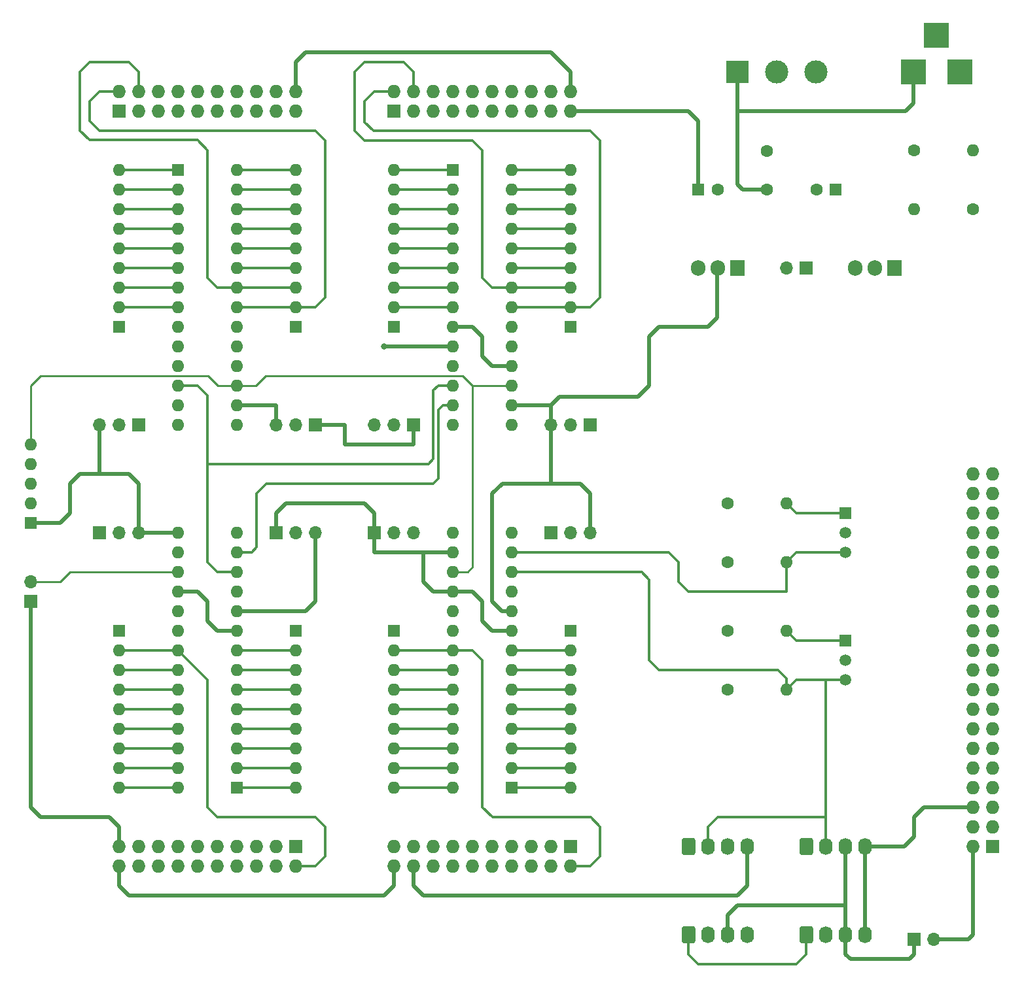
<source format=gbr>
G04 #@! TF.GenerationSoftware,KiCad,Pcbnew,(5.1.10)-1*
G04 #@! TF.CreationDate,2021-10-12T08:16:22+02:00*
G04 #@! TF.ProjectId,FGINT-V3-MASTER-64,4647494e-542d-4563-932d-4d4153544552,rev?*
G04 #@! TF.SameCoordinates,Original*
G04 #@! TF.FileFunction,Copper,L1,Top*
G04 #@! TF.FilePolarity,Positive*
%FSLAX46Y46*%
G04 Gerber Fmt 4.6, Leading zero omitted, Abs format (unit mm)*
G04 Created by KiCad (PCBNEW (5.1.10)-1) date 2021-10-12 08:16:22*
%MOMM*%
%LPD*%
G01*
G04 APERTURE LIST*
G04 #@! TA.AperFunction,ComponentPad*
%ADD10R,1.500000X1.500000*%
G04 #@! TD*
G04 #@! TA.AperFunction,ComponentPad*
%ADD11C,1.500000*%
G04 #@! TD*
G04 #@! TA.AperFunction,ComponentPad*
%ADD12O,1.700000X1.700000*%
G04 #@! TD*
G04 #@! TA.AperFunction,ComponentPad*
%ADD13R,1.700000X1.700000*%
G04 #@! TD*
G04 #@! TA.AperFunction,ComponentPad*
%ADD14O,1.740000X2.200000*%
G04 #@! TD*
G04 #@! TA.AperFunction,ComponentPad*
%ADD15C,1.600000*%
G04 #@! TD*
G04 #@! TA.AperFunction,ComponentPad*
%ADD16R,1.600000X1.600000*%
G04 #@! TD*
G04 #@! TA.AperFunction,ComponentPad*
%ADD17R,3.200000X3.200000*%
G04 #@! TD*
G04 #@! TA.AperFunction,ComponentPad*
%ADD18R,1.727200X1.727200*%
G04 #@! TD*
G04 #@! TA.AperFunction,ComponentPad*
%ADD19O,1.727200X1.727200*%
G04 #@! TD*
G04 #@! TA.AperFunction,ComponentPad*
%ADD20O,1.600000X1.600000*%
G04 #@! TD*
G04 #@! TA.AperFunction,ComponentPad*
%ADD21O,1.905000X2.000000*%
G04 #@! TD*
G04 #@! TA.AperFunction,ComponentPad*
%ADD22R,1.905000X2.000000*%
G04 #@! TD*
G04 #@! TA.AperFunction,ComponentPad*
%ADD23R,3.000000X3.000000*%
G04 #@! TD*
G04 #@! TA.AperFunction,ComponentPad*
%ADD24C,3.000000*%
G04 #@! TD*
G04 #@! TA.AperFunction,ViaPad*
%ADD25C,0.800000*%
G04 #@! TD*
G04 #@! TA.AperFunction,Conductor*
%ADD26C,0.550000*%
G04 #@! TD*
G04 #@! TA.AperFunction,Conductor*
%ADD27C,0.350000*%
G04 #@! TD*
G04 #@! TA.AperFunction,Conductor*
%ADD28C,0.250000*%
G04 #@! TD*
G04 APERTURE END LIST*
D10*
X222250000Y-116840000D03*
D11*
X222250000Y-121920000D03*
X222250000Y-119380000D03*
D10*
X222250000Y-100330000D03*
D11*
X222250000Y-105410000D03*
X222250000Y-102870000D03*
D12*
X214630000Y-68580000D03*
D13*
X217170000Y-68580000D03*
D12*
X233680000Y-155575000D03*
D13*
X231140000Y-155575000D03*
D14*
X224790000Y-154940000D03*
X222250000Y-154940000D03*
X219710000Y-154940000D03*
G04 #@! TA.AperFunction,ComponentPad*
G36*
G01*
X216300000Y-155790001D02*
X216300000Y-154089999D01*
G75*
G02*
X216549999Y-153840000I249999J0D01*
G01*
X217790001Y-153840000D01*
G75*
G02*
X218040000Y-154089999I0J-249999D01*
G01*
X218040000Y-155790001D01*
G75*
G02*
X217790001Y-156040000I-249999J0D01*
G01*
X216549999Y-156040000D01*
G75*
G02*
X216300000Y-155790001I0J249999D01*
G01*
G37*
G04 #@! TD.AperFunction*
X209550000Y-154940000D03*
X207010000Y-154940000D03*
X204470000Y-154940000D03*
G04 #@! TA.AperFunction,ComponentPad*
G36*
G01*
X201060000Y-155790001D02*
X201060000Y-154089999D01*
G75*
G02*
X201309999Y-153840000I249999J0D01*
G01*
X202550001Y-153840000D01*
G75*
G02*
X202800000Y-154089999I0J-249999D01*
G01*
X202800000Y-155790001D01*
G75*
G02*
X202550001Y-156040000I-249999J0D01*
G01*
X201309999Y-156040000D01*
G75*
G02*
X201060000Y-155790001I0J249999D01*
G01*
G37*
G04 #@! TD.AperFunction*
X209550000Y-143510000D03*
X207010000Y-143510000D03*
X204470000Y-143510000D03*
G04 #@! TA.AperFunction,ComponentPad*
G36*
G01*
X201060000Y-144360001D02*
X201060000Y-142659999D01*
G75*
G02*
X201309999Y-142410000I249999J0D01*
G01*
X202550001Y-142410000D01*
G75*
G02*
X202800000Y-142659999I0J-249999D01*
G01*
X202800000Y-144360001D01*
G75*
G02*
X202550001Y-144610000I-249999J0D01*
G01*
X201309999Y-144610000D01*
G75*
G02*
X201060000Y-144360001I0J249999D01*
G01*
G37*
G04 #@! TD.AperFunction*
D15*
X212090000Y-58420000D03*
X212090000Y-53420000D03*
X205700000Y-58420000D03*
D16*
X203200000Y-58420000D03*
X220980000Y-58420000D03*
D15*
X218480000Y-58420000D03*
D17*
X231000000Y-43180000D03*
X237000000Y-43180000D03*
X234000000Y-38480000D03*
D18*
X241300000Y-143510000D03*
D19*
X238760000Y-143510000D03*
X241300000Y-140970000D03*
X238760000Y-140970000D03*
X241300000Y-138430000D03*
X238760000Y-138430000D03*
X241300000Y-135890000D03*
X238760000Y-135890000D03*
X241300000Y-133350000D03*
X238760000Y-133350000D03*
X241300000Y-130810000D03*
X238760000Y-130810000D03*
X241300000Y-128270000D03*
X238760000Y-128270000D03*
X241300000Y-125730000D03*
X238760000Y-125730000D03*
X241300000Y-123190000D03*
X238760000Y-123190000D03*
X241300000Y-120650000D03*
X238760000Y-120650000D03*
X241300000Y-118110000D03*
X238760000Y-118110000D03*
X241300000Y-115570000D03*
X238760000Y-115570000D03*
X241300000Y-113030000D03*
X238760000Y-113030000D03*
X241300000Y-110490000D03*
X238760000Y-110490000D03*
X241300000Y-107950000D03*
X238760000Y-107950000D03*
X241300000Y-105410000D03*
X238760000Y-105410000D03*
X241300000Y-102870000D03*
X238760000Y-102870000D03*
X241300000Y-100330000D03*
X238760000Y-100330000D03*
X241300000Y-97790000D03*
X238760000Y-97790000D03*
X241300000Y-95250000D03*
X238760000Y-95250000D03*
D15*
X207010000Y-99060000D03*
D20*
X214630000Y-99060000D03*
X214630000Y-115570000D03*
D15*
X207010000Y-115570000D03*
X238760000Y-61000000D03*
D20*
X238760000Y-53380000D03*
X214630000Y-106680000D03*
D15*
X207010000Y-106680000D03*
X207010000Y-123190000D03*
D20*
X214630000Y-123190000D03*
X231140000Y-60960000D03*
D15*
X231140000Y-53340000D03*
D16*
X151130000Y-76200000D03*
D20*
X151130000Y-73660000D03*
X151130000Y-71120000D03*
X151130000Y-68580000D03*
X151130000Y-66040000D03*
X151130000Y-63500000D03*
X151130000Y-60960000D03*
X151130000Y-58420000D03*
X151130000Y-55880000D03*
X128270000Y-55880000D03*
X128270000Y-58420000D03*
X128270000Y-60960000D03*
X128270000Y-63500000D03*
X128270000Y-66040000D03*
X128270000Y-68580000D03*
X128270000Y-71120000D03*
X128270000Y-73660000D03*
D16*
X128270000Y-76200000D03*
X186690000Y-76200000D03*
D20*
X186690000Y-73660000D03*
X186690000Y-71120000D03*
X186690000Y-68580000D03*
X186690000Y-66040000D03*
X186690000Y-63500000D03*
X186690000Y-60960000D03*
X186690000Y-58420000D03*
X186690000Y-55880000D03*
X163830000Y-55880000D03*
X163830000Y-58420000D03*
X163830000Y-60960000D03*
X163830000Y-63500000D03*
X163830000Y-66040000D03*
X163830000Y-68580000D03*
X163830000Y-71120000D03*
X163830000Y-73660000D03*
D16*
X163830000Y-76200000D03*
D20*
X143510000Y-55880000D03*
X135890000Y-88900000D03*
X143510000Y-58420000D03*
X135890000Y-86360000D03*
X143510000Y-60960000D03*
X135890000Y-83820000D03*
X143510000Y-63500000D03*
X135890000Y-81280000D03*
X143510000Y-66040000D03*
X135890000Y-78740000D03*
X143510000Y-68580000D03*
X135890000Y-76200000D03*
X143510000Y-71120000D03*
X135890000Y-73660000D03*
X143510000Y-73660000D03*
X135890000Y-71120000D03*
X143510000Y-76200000D03*
X135890000Y-68580000D03*
X143510000Y-78740000D03*
X135890000Y-66040000D03*
X143510000Y-81280000D03*
X135890000Y-63500000D03*
X143510000Y-83820000D03*
X135890000Y-60960000D03*
X143510000Y-86360000D03*
X135890000Y-58420000D03*
X143510000Y-88900000D03*
D16*
X135890000Y-55880000D03*
D20*
X179070000Y-55880000D03*
X171450000Y-88900000D03*
X179070000Y-58420000D03*
X171450000Y-86360000D03*
X179070000Y-60960000D03*
X171450000Y-83820000D03*
X179070000Y-63500000D03*
X171450000Y-81280000D03*
X179070000Y-66040000D03*
X171450000Y-78740000D03*
X179070000Y-68580000D03*
X171450000Y-76200000D03*
X179070000Y-71120000D03*
X171450000Y-73660000D03*
X179070000Y-73660000D03*
X171450000Y-71120000D03*
X179070000Y-76200000D03*
X171450000Y-68580000D03*
X179070000Y-78740000D03*
X171450000Y-66040000D03*
X179070000Y-81280000D03*
X171450000Y-63500000D03*
X179070000Y-83820000D03*
X171450000Y-60960000D03*
X179070000Y-86360000D03*
X171450000Y-58420000D03*
X179070000Y-88900000D03*
D16*
X171450000Y-55880000D03*
D21*
X203200000Y-68580000D03*
X205740000Y-68580000D03*
D22*
X208280000Y-68580000D03*
X228600000Y-68580000D03*
D21*
X226060000Y-68580000D03*
X223520000Y-68580000D03*
G04 #@! TA.AperFunction,ComponentPad*
G36*
G01*
X216300000Y-144360001D02*
X216300000Y-142659999D01*
G75*
G02*
X216549999Y-142410000I249999J0D01*
G01*
X217790001Y-142410000D01*
G75*
G02*
X218040000Y-142659999I0J-249999D01*
G01*
X218040000Y-144360001D01*
G75*
G02*
X217790001Y-144610000I-249999J0D01*
G01*
X216549999Y-144610000D01*
G75*
G02*
X216300000Y-144360001I0J249999D01*
G01*
G37*
G04 #@! TD.AperFunction*
D14*
X219710000Y-143510000D03*
X222250000Y-143510000D03*
X224790000Y-143510000D03*
D19*
X151130000Y-45720000D03*
X151130000Y-48260000D03*
X148590000Y-45720000D03*
X148590000Y-48260000D03*
X146050000Y-45720000D03*
X146050000Y-48260000D03*
X143510000Y-45720000D03*
X143510000Y-48260000D03*
X140970000Y-45720000D03*
X140970000Y-48260000D03*
X138430000Y-45720000D03*
X138430000Y-48260000D03*
X135890000Y-45720000D03*
X135890000Y-48260000D03*
X133350000Y-45720000D03*
X133350000Y-48260000D03*
X130810000Y-45720000D03*
X130810000Y-48260000D03*
X128270000Y-45720000D03*
D18*
X128270000Y-48260000D03*
D13*
X116840000Y-111760000D03*
D12*
X116840000Y-109220000D03*
X148590000Y-88900000D03*
X151130000Y-88900000D03*
D13*
X153670000Y-88900000D03*
X130810000Y-88900000D03*
D12*
X128270000Y-88900000D03*
X125730000Y-88900000D03*
D18*
X163830000Y-48260000D03*
D19*
X163830000Y-45720000D03*
X166370000Y-48260000D03*
X166370000Y-45720000D03*
X168910000Y-48260000D03*
X168910000Y-45720000D03*
X171450000Y-48260000D03*
X171450000Y-45720000D03*
X173990000Y-48260000D03*
X173990000Y-45720000D03*
X176530000Y-48260000D03*
X176530000Y-45720000D03*
X179070000Y-48260000D03*
X179070000Y-45720000D03*
X181610000Y-48260000D03*
X181610000Y-45720000D03*
X184150000Y-48260000D03*
X184150000Y-45720000D03*
X186690000Y-48260000D03*
X186690000Y-45720000D03*
D13*
X189230000Y-88900000D03*
D12*
X186690000Y-88900000D03*
X184150000Y-88900000D03*
X161290000Y-88900000D03*
X163830000Y-88900000D03*
D13*
X166370000Y-88900000D03*
D19*
X128270000Y-146050000D03*
X128270000Y-143510000D03*
X130810000Y-146050000D03*
X130810000Y-143510000D03*
X133350000Y-146050000D03*
X133350000Y-143510000D03*
X135890000Y-146050000D03*
X135890000Y-143510000D03*
X138430000Y-146050000D03*
X138430000Y-143510000D03*
X140970000Y-146050000D03*
X140970000Y-143510000D03*
X143510000Y-146050000D03*
X143510000Y-143510000D03*
X146050000Y-146050000D03*
X146050000Y-143510000D03*
X148590000Y-146050000D03*
X148590000Y-143510000D03*
X151130000Y-146050000D03*
D18*
X151130000Y-143510000D03*
D12*
X130810000Y-102870000D03*
X128270000Y-102870000D03*
D13*
X125730000Y-102870000D03*
D12*
X153670000Y-102870000D03*
X151130000Y-102870000D03*
D13*
X148590000Y-102870000D03*
D18*
X186690000Y-143510000D03*
D19*
X186690000Y-146050000D03*
X184150000Y-143510000D03*
X184150000Y-146050000D03*
X181610000Y-143510000D03*
X181610000Y-146050000D03*
X179070000Y-143510000D03*
X179070000Y-146050000D03*
X176530000Y-143510000D03*
X176530000Y-146050000D03*
X173990000Y-143510000D03*
X173990000Y-146050000D03*
X171450000Y-143510000D03*
X171450000Y-146050000D03*
X168910000Y-143510000D03*
X168910000Y-146050000D03*
X166370000Y-143510000D03*
X166370000Y-146050000D03*
X163830000Y-143510000D03*
X163830000Y-146050000D03*
D13*
X161290000Y-102870000D03*
D12*
X163830000Y-102870000D03*
X166370000Y-102870000D03*
D13*
X184150000Y-102870000D03*
D12*
X186690000Y-102870000D03*
X189230000Y-102870000D03*
D16*
X116840000Y-101600000D03*
D20*
X116840000Y-99060000D03*
X116840000Y-96520000D03*
X116840000Y-93980000D03*
X116840000Y-91440000D03*
D16*
X151130000Y-115570000D03*
D20*
X151130000Y-118110000D03*
X151130000Y-120650000D03*
X151130000Y-123190000D03*
X151130000Y-125730000D03*
X151130000Y-128270000D03*
X151130000Y-130810000D03*
X151130000Y-133350000D03*
X151130000Y-135890000D03*
D16*
X128270000Y-115570000D03*
D20*
X128270000Y-118110000D03*
X128270000Y-120650000D03*
X128270000Y-123190000D03*
X128270000Y-125730000D03*
X128270000Y-128270000D03*
X128270000Y-130810000D03*
X128270000Y-133350000D03*
X128270000Y-135890000D03*
X186690000Y-135890000D03*
X186690000Y-133350000D03*
X186690000Y-130810000D03*
X186690000Y-128270000D03*
X186690000Y-125730000D03*
X186690000Y-123190000D03*
X186690000Y-120650000D03*
X186690000Y-118110000D03*
D16*
X186690000Y-115570000D03*
D20*
X163830000Y-135890000D03*
X163830000Y-133350000D03*
X163830000Y-130810000D03*
X163830000Y-128270000D03*
X163830000Y-125730000D03*
X163830000Y-123190000D03*
X163830000Y-120650000D03*
X163830000Y-118110000D03*
D16*
X163830000Y-115570000D03*
X143510000Y-135890000D03*
D20*
X135890000Y-102870000D03*
X143510000Y-133350000D03*
X135890000Y-105410000D03*
X143510000Y-130810000D03*
X135890000Y-107950000D03*
X143510000Y-128270000D03*
X135890000Y-110490000D03*
X143510000Y-125730000D03*
X135890000Y-113030000D03*
X143510000Y-123190000D03*
X135890000Y-115570000D03*
X143510000Y-120650000D03*
X135890000Y-118110000D03*
X143510000Y-118110000D03*
X135890000Y-120650000D03*
X143510000Y-115570000D03*
X135890000Y-123190000D03*
X143510000Y-113030000D03*
X135890000Y-125730000D03*
X143510000Y-110490000D03*
X135890000Y-128270000D03*
X143510000Y-107950000D03*
X135890000Y-130810000D03*
X143510000Y-105410000D03*
X135890000Y-133350000D03*
X143510000Y-102870000D03*
X135890000Y-135890000D03*
X171450000Y-135890000D03*
X179070000Y-102870000D03*
X171450000Y-133350000D03*
X179070000Y-105410000D03*
X171450000Y-130810000D03*
X179070000Y-107950000D03*
X171450000Y-128270000D03*
X179070000Y-110490000D03*
X171450000Y-125730000D03*
X179070000Y-113030000D03*
X171450000Y-123190000D03*
X179070000Y-115570000D03*
X171450000Y-120650000D03*
X179070000Y-118110000D03*
X171450000Y-118110000D03*
X179070000Y-120650000D03*
X171450000Y-115570000D03*
X179070000Y-123190000D03*
X171450000Y-113030000D03*
X179070000Y-125730000D03*
X171450000Y-110490000D03*
X179070000Y-128270000D03*
X171450000Y-107950000D03*
X179070000Y-130810000D03*
X171450000Y-105410000D03*
X179070000Y-133350000D03*
X171450000Y-102870000D03*
D16*
X179070000Y-135890000D03*
D23*
X208280000Y-43180000D03*
D24*
X213360000Y-43180000D03*
X218440000Y-43180000D03*
D25*
X162560000Y-78740000D03*
D26*
X224790000Y-154940000D02*
X224790000Y-143510000D01*
X238760000Y-138430000D02*
X237244600Y-138430000D01*
X205609500Y-68580000D02*
X205740000Y-68580000D01*
X135890000Y-102870000D02*
X130810000Y-102870000D01*
X205609500Y-75060500D02*
X205609500Y-68580000D01*
X184150000Y-86360000D02*
X185264600Y-85245400D01*
X184150000Y-88900000D02*
X184150000Y-86360000D01*
X185264600Y-85245400D02*
X195424600Y-85245400D01*
X204470000Y-76200000D02*
X205609500Y-75060500D01*
X198120000Y-76200000D02*
X204470000Y-76200000D01*
X195424600Y-85245400D02*
X196850000Y-83820000D01*
X196850000Y-83820000D02*
X196850000Y-77470000D01*
X196850000Y-77470000D02*
X198120000Y-76200000D01*
X205609500Y-68580000D02*
X205740000Y-68449500D01*
X205740000Y-58460000D02*
X205700000Y-58420000D01*
X125730000Y-90375300D02*
X125730000Y-88900000D01*
X125730000Y-95250000D02*
X125730000Y-90375300D01*
X148590000Y-86360000D02*
X143510000Y-86360000D01*
X148590000Y-88900000D02*
X148590000Y-86360000D01*
X153670000Y-104345300D02*
X153670000Y-102870000D01*
X153670000Y-111760000D02*
X153670000Y-104345300D01*
X143510000Y-113030000D02*
X152400000Y-113030000D01*
X152400000Y-113030000D02*
X153670000Y-111760000D01*
X166370000Y-148590000D02*
X166370000Y-146050000D01*
X167640000Y-149860000D02*
X166370000Y-148590000D01*
X208280000Y-149860000D02*
X167640000Y-149860000D01*
X209550000Y-143510000D02*
X209550000Y-148590000D01*
X209550000Y-148590000D02*
X208280000Y-149860000D01*
X229870000Y-143510000D02*
X224790000Y-143510000D01*
X231140000Y-142240000D02*
X229870000Y-143510000D01*
X231140000Y-139700000D02*
X231140000Y-142240000D01*
X237244600Y-138430000D02*
X232410000Y-138430000D01*
X232410000Y-138430000D02*
X231140000Y-139700000D01*
X189230000Y-101394700D02*
X189230000Y-102870000D01*
X189230000Y-97790000D02*
X189230000Y-101394700D01*
X183412400Y-96489700D02*
X187929700Y-96489700D01*
X187929700Y-96489700D02*
X189230000Y-97790000D01*
X177830300Y-96489700D02*
X183412400Y-96489700D01*
X176530000Y-97790000D02*
X177830300Y-96489700D01*
X176530000Y-111760000D02*
X176530000Y-97790000D01*
X179070000Y-113030000D02*
X177800000Y-113030000D01*
X177800000Y-113030000D02*
X176530000Y-111760000D01*
X130810000Y-96520000D02*
X130810000Y-102870000D01*
X120650000Y-101600000D02*
X121920000Y-100330000D01*
X121920000Y-100330000D02*
X121920000Y-96520000D01*
X121920000Y-96520000D02*
X123190000Y-95250000D01*
X116840000Y-101600000D02*
X120650000Y-101600000D01*
X123190000Y-95250000D02*
X129540000Y-95250000D01*
X129540000Y-95250000D02*
X130810000Y-96520000D01*
X180495300Y-86360000D02*
X179070000Y-86360000D01*
X184150000Y-86360000D02*
X180495300Y-86360000D01*
X184150000Y-88162400D02*
X184150000Y-86360000D01*
X184150000Y-96459400D02*
X184150000Y-89637600D01*
X184119700Y-96489700D02*
X184150000Y-96459400D01*
X171450000Y-78740000D02*
X162560000Y-78740000D01*
X151130000Y-41910000D02*
X151130000Y-45720000D01*
X152400000Y-40640000D02*
X151130000Y-41910000D01*
X184150000Y-40640000D02*
X152400000Y-40640000D01*
X186690000Y-45720000D02*
X186690000Y-43180000D01*
X186690000Y-43180000D02*
X184150000Y-40640000D01*
X176530000Y-81280000D02*
X179070000Y-81280000D01*
X175260000Y-80010000D02*
X176530000Y-81280000D01*
X175260000Y-77470000D02*
X175260000Y-80010000D01*
X171450000Y-76200000D02*
X173990000Y-76200000D01*
X173990000Y-76200000D02*
X175260000Y-77470000D01*
X157480000Y-88900000D02*
X153670000Y-88900000D01*
X157480000Y-91440000D02*
X157480000Y-88900000D01*
X166370000Y-88900000D02*
X166370000Y-91440000D01*
X166370000Y-91440000D02*
X157480000Y-91440000D01*
X176530000Y-115570000D02*
X179070000Y-115570000D01*
X175260000Y-114300000D02*
X176530000Y-115570000D01*
X175260000Y-111760000D02*
X175260000Y-114300000D01*
X171450000Y-110490000D02*
X173990000Y-110490000D01*
X173990000Y-110490000D02*
X175260000Y-111760000D01*
X116840000Y-138430000D02*
X116840000Y-111760000D01*
X118110000Y-139700000D02*
X116840000Y-138430000D01*
X127000000Y-139700000D02*
X118110000Y-139700000D01*
X128270000Y-143510000D02*
X128270000Y-140970000D01*
X128270000Y-140970000D02*
X127000000Y-139700000D01*
X163830000Y-148590000D02*
X163830000Y-146050000D01*
X162560000Y-149860000D02*
X163830000Y-148590000D01*
X129540000Y-149860000D02*
X162560000Y-149860000D01*
X128270000Y-146050000D02*
X128270000Y-148590000D01*
X128270000Y-148590000D02*
X129540000Y-149860000D01*
X222250000Y-143510000D02*
X222250000Y-151130000D01*
X222250000Y-151130000D02*
X222250000Y-154940000D01*
X208280000Y-151130000D02*
X222250000Y-151130000D01*
X207010000Y-154940000D02*
X207010000Y-152400000D01*
X207010000Y-152400000D02*
X208280000Y-151130000D01*
X161290000Y-105410000D02*
X161290000Y-102870000D01*
X171450000Y-105410000D02*
X161290000Y-105410000D01*
X138430000Y-110490000D02*
X135890000Y-110490000D01*
X139700000Y-111760000D02*
X138430000Y-110490000D01*
X139700000Y-114300000D02*
X139700000Y-111760000D01*
X143510000Y-115570000D02*
X140970000Y-115570000D01*
X140970000Y-115570000D02*
X139700000Y-114300000D01*
X168910000Y-110490000D02*
X171450000Y-110490000D01*
X167640000Y-105410000D02*
X167640000Y-109220000D01*
X167640000Y-109220000D02*
X168910000Y-110490000D01*
X161290000Y-100330000D02*
X161290000Y-102870000D01*
X160020000Y-99060000D02*
X161290000Y-100330000D01*
X149860000Y-99060000D02*
X160020000Y-99060000D01*
X148590000Y-102870000D02*
X148590000Y-100330000D01*
X148590000Y-100330000D02*
X149860000Y-99060000D01*
X203200000Y-49530000D02*
X203200000Y-58420000D01*
X186690000Y-48260000D02*
X201930000Y-48260000D01*
X201930000Y-48260000D02*
X203200000Y-49530000D01*
X231140000Y-157480000D02*
X231140000Y-155575000D01*
X222885000Y-158115000D02*
X230505000Y-158115000D01*
X230505000Y-158115000D02*
X231140000Y-157480000D01*
X222250000Y-154940000D02*
X222250000Y-157480000D01*
X222250000Y-157480000D02*
X222885000Y-158115000D01*
D27*
X143510000Y-55880000D02*
X151130000Y-55880000D01*
X135890000Y-73660000D02*
X128270000Y-73660000D01*
X143510000Y-58420000D02*
X151130000Y-58420000D01*
X135890000Y-71120000D02*
X128270000Y-71120000D01*
X143510000Y-60960000D02*
X151130000Y-60960000D01*
X135890000Y-68580000D02*
X128270000Y-68580000D01*
X143510000Y-63500000D02*
X151130000Y-63500000D01*
X135890000Y-66040000D02*
X128270000Y-66040000D01*
X143510000Y-66040000D02*
X151130000Y-66040000D01*
X135890000Y-63500000D02*
X128270000Y-63500000D01*
X143510000Y-68580000D02*
X151130000Y-68580000D01*
X128270000Y-60960000D02*
X135890000Y-60960000D01*
X151130000Y-71120000D02*
X143510000Y-71120000D01*
X140970000Y-71120000D02*
X143510000Y-71120000D01*
X139700000Y-69850000D02*
X140970000Y-71120000D01*
X139700000Y-53340000D02*
X139700000Y-69850000D01*
X138393600Y-52033600D02*
X139700000Y-53340000D01*
X124423600Y-52033600D02*
X138393600Y-52033600D01*
X130810000Y-43180000D02*
X129540000Y-41910000D01*
X129540000Y-41910000D02*
X124460000Y-41910000D01*
X124460000Y-41910000D02*
X123190000Y-43180000D01*
X123190000Y-43180000D02*
X123190000Y-50800000D01*
X130810000Y-45720000D02*
X130810000Y-43180000D01*
X123190000Y-50800000D02*
X124423600Y-52033600D01*
X135890000Y-58420000D02*
X128270000Y-58420000D01*
X151130000Y-73660000D02*
X143510000Y-73660000D01*
X153670000Y-73660000D02*
X151130000Y-73660000D01*
X154940000Y-72390000D02*
X153670000Y-73660000D01*
X154940000Y-52070000D02*
X154940000Y-72390000D01*
X125730000Y-45720000D02*
X124460000Y-46990000D01*
X128270000Y-45720000D02*
X125730000Y-45720000D01*
X124460000Y-46990000D02*
X124460000Y-49530000D01*
X124460000Y-49530000D02*
X125730000Y-50800000D01*
X125730000Y-50800000D02*
X153670000Y-50800000D01*
X153670000Y-50800000D02*
X154940000Y-52070000D01*
X135890000Y-55880000D02*
X128270000Y-55880000D01*
X171450000Y-55880000D02*
X163830000Y-55880000D01*
X186690000Y-73660000D02*
X179070000Y-73660000D01*
X189230000Y-73660000D02*
X186690000Y-73660000D01*
X190500000Y-72390000D02*
X189230000Y-73660000D01*
X190500000Y-52070000D02*
X190500000Y-72390000D01*
X161290000Y-45720000D02*
X160020000Y-46990000D01*
X163830000Y-45720000D02*
X161290000Y-45720000D01*
X160020000Y-46990000D02*
X160020000Y-49680125D01*
X161139875Y-50800000D02*
X189230000Y-50800000D01*
X160020000Y-49680125D02*
X161139875Y-50800000D01*
X189230000Y-50800000D02*
X190500000Y-52070000D01*
X163830000Y-58420000D02*
X171450000Y-58420000D01*
X179070000Y-71120000D02*
X186690000Y-71120000D01*
X175260000Y-53340000D02*
X175260000Y-69850000D01*
X173990000Y-52070000D02*
X175260000Y-53340000D01*
X160020000Y-52070000D02*
X173990000Y-52070000D01*
X166370000Y-43180000D02*
X165100000Y-41910000D01*
X175260000Y-69850000D02*
X176530000Y-71120000D01*
X166370000Y-45720000D02*
X166370000Y-43180000D01*
X165100000Y-41910000D02*
X160020000Y-41910000D01*
X160020000Y-41910000D02*
X158750000Y-43180000D01*
X176530000Y-71120000D02*
X179070000Y-71120000D01*
X158750000Y-43180000D02*
X158750000Y-50800000D01*
X158750000Y-50800000D02*
X160020000Y-52070000D01*
X163830000Y-60960000D02*
X171450000Y-60960000D01*
X186690000Y-68580000D02*
X179070000Y-68580000D01*
X171450000Y-63500000D02*
X163830000Y-63500000D01*
X179070000Y-66040000D02*
X186690000Y-66040000D01*
X171450000Y-66040000D02*
X163830000Y-66040000D01*
X179070000Y-63500000D02*
X186690000Y-63500000D01*
X171450000Y-68580000D02*
X163830000Y-68580000D01*
X179070000Y-60960000D02*
X186690000Y-60960000D01*
X171450000Y-71120000D02*
X163830000Y-71120000D01*
X179070000Y-58420000D02*
X186690000Y-58420000D01*
X171450000Y-73660000D02*
X163830000Y-73660000D01*
X179070000Y-55880000D02*
X186690000Y-55880000D01*
X143510000Y-135890000D02*
X151130000Y-135890000D01*
X135890000Y-118110000D02*
X129595300Y-118110000D01*
X128270000Y-118110000D02*
X129595300Y-118110000D01*
X139700000Y-121920000D02*
X135890000Y-118110000D01*
X153670000Y-146050000D02*
X154940000Y-144780000D01*
X139700000Y-138430000D02*
X139700000Y-121920000D01*
X151130000Y-146050000D02*
X153670000Y-146050000D01*
X154940000Y-144780000D02*
X154940000Y-140970000D01*
X154940000Y-140970000D02*
X153670000Y-139700000D01*
X153670000Y-139700000D02*
X140970000Y-139700000D01*
X140970000Y-139700000D02*
X139700000Y-138430000D01*
X143510000Y-133350000D02*
X151130000Y-133350000D01*
X135890000Y-120650000D02*
X128270000Y-120650000D01*
X143510000Y-130810000D02*
X151130000Y-130810000D01*
X135890000Y-123190000D02*
X128270000Y-123190000D01*
X143510000Y-128270000D02*
X151130000Y-128270000D01*
X135890000Y-125730000D02*
X128270000Y-125730000D01*
X143510000Y-125730000D02*
X151130000Y-125730000D01*
X135890000Y-128270000D02*
X128270000Y-128270000D01*
X143510000Y-123190000D02*
X151130000Y-123190000D01*
X135890000Y-130810000D02*
X128270000Y-130810000D01*
X143510000Y-120650000D02*
X151130000Y-120650000D01*
X135890000Y-133350000D02*
X128270000Y-133350000D01*
X143510000Y-118110000D02*
X151130000Y-118110000D01*
X135890000Y-135890000D02*
X128270000Y-135890000D01*
X179070000Y-135890000D02*
X186690000Y-135890000D01*
X171450000Y-118110000D02*
X165155300Y-118110000D01*
X163830000Y-118110000D02*
X165155300Y-118110000D01*
X175260000Y-119380000D02*
X173990000Y-118110000D01*
X175260000Y-138430000D02*
X175260000Y-119380000D01*
X173990000Y-118110000D02*
X171450000Y-118110000D01*
X190500000Y-144780000D02*
X190500000Y-140970000D01*
X190500000Y-140970000D02*
X189280700Y-139750700D01*
X189230000Y-146050000D02*
X190500000Y-144780000D01*
X186690000Y-146050000D02*
X189230000Y-146050000D01*
X189280700Y-139750700D02*
X176580700Y-139750700D01*
X176580700Y-139750700D02*
X175260000Y-138430000D01*
X179070000Y-133350000D02*
X186690000Y-133350000D01*
X171450000Y-120650000D02*
X165155300Y-120650000D01*
X163830000Y-120650000D02*
X165155300Y-120650000D01*
X179070000Y-130810000D02*
X186690000Y-130810000D01*
X171450000Y-123190000D02*
X163830000Y-123190000D01*
X179070000Y-128270000D02*
X186690000Y-128270000D01*
X171450000Y-125730000D02*
X163830000Y-125730000D01*
X179070000Y-125730000D02*
X186690000Y-125730000D01*
X171450000Y-128270000D02*
X163830000Y-128270000D01*
X179070000Y-123190000D02*
X186690000Y-123190000D01*
X171450000Y-130810000D02*
X163830000Y-130810000D01*
X179070000Y-120650000D02*
X186690000Y-120650000D01*
X171450000Y-133350000D02*
X163830000Y-133350000D01*
X179070000Y-118110000D02*
X186690000Y-118110000D01*
X171450000Y-135890000D02*
X163830000Y-135890000D01*
X215900000Y-100330000D02*
X214630000Y-99060000D01*
X215900000Y-100330000D02*
X222250000Y-100330000D01*
X215900000Y-116840000D02*
X222250000Y-116840000D01*
X214630000Y-115570000D02*
X215900000Y-116840000D01*
X201930000Y-157480000D02*
X201930000Y-154940000D01*
X203200000Y-158750000D02*
X201930000Y-157480000D01*
X215900000Y-158750000D02*
X203200000Y-158750000D01*
X217170000Y-154940000D02*
X217170000Y-157480000D01*
X217170000Y-157480000D02*
X215900000Y-158750000D01*
X170180000Y-86360000D02*
X171450000Y-86360000D01*
X169545000Y-86995000D02*
X170180000Y-86360000D01*
X169545000Y-95885000D02*
X169545000Y-86995000D01*
X145415000Y-105410000D02*
X146050000Y-104775000D01*
X146050000Y-104775000D02*
X146050000Y-97790000D01*
X143510000Y-105410000D02*
X145415000Y-105410000D01*
X146050000Y-97790000D02*
X147320000Y-96520000D01*
X147320000Y-96520000D02*
X168910000Y-96520000D01*
X168910000Y-96520000D02*
X169545000Y-95885000D01*
X214630000Y-110490000D02*
X214630000Y-106680000D01*
X199390000Y-105410000D02*
X200660000Y-106680000D01*
X179070000Y-105410000D02*
X199390000Y-105410000D01*
X200660000Y-106680000D02*
X200660000Y-109220000D01*
X200660000Y-109220000D02*
X201930000Y-110490000D01*
X201930000Y-110490000D02*
X214630000Y-110490000D01*
X215900000Y-105410000D02*
X222250000Y-105410000D01*
X214630000Y-106680000D02*
X215900000Y-105410000D01*
X204470000Y-140970000D02*
X204470000Y-143510000D01*
X205740000Y-139700000D02*
X204470000Y-140970000D01*
X219710000Y-143510000D02*
X219710000Y-139700000D01*
X219710000Y-139700000D02*
X205740000Y-139700000D01*
X214630000Y-121782500D02*
X214630000Y-123190000D01*
X195855000Y-107950000D02*
X196850000Y-108945000D01*
X179070000Y-107950000D02*
X195855000Y-107950000D01*
X196850000Y-108945000D02*
X196850000Y-119380000D01*
X196850000Y-119380000D02*
X198120000Y-120650000D01*
X198120000Y-120650000D02*
X213497500Y-120650000D01*
X213497500Y-120650000D02*
X214630000Y-121782500D01*
X168910000Y-84455000D02*
X169545000Y-83820000D01*
X169545000Y-83820000D02*
X171450000Y-83820000D01*
X139700000Y-93980000D02*
X168275000Y-93980000D01*
X168275000Y-93980000D02*
X168910000Y-93345000D01*
X168910000Y-93345000D02*
X168910000Y-84455000D01*
X139700000Y-106680000D02*
X139700000Y-93980000D01*
X143510000Y-107950000D02*
X140970000Y-107950000D01*
X140970000Y-107950000D02*
X139700000Y-106680000D01*
X139700000Y-85090000D02*
X139700000Y-93980000D01*
X135890000Y-83820000D02*
X138430000Y-83820000D01*
X138430000Y-83820000D02*
X139700000Y-85090000D01*
X215900000Y-121920000D02*
X222250000Y-121920000D01*
X214630000Y-123190000D02*
X215900000Y-121920000D01*
X219710000Y-139700000D02*
X219710000Y-121920000D01*
D28*
X179070000Y-83820000D02*
X177944700Y-83820000D01*
X175260000Y-83820000D02*
X177944700Y-83820000D01*
X173990000Y-83820000D02*
X175260000Y-83820000D01*
X173990000Y-107315000D02*
X173990000Y-83820000D01*
X171450000Y-107950000D02*
X173355000Y-107950000D01*
X173355000Y-107950000D02*
X173990000Y-107315000D01*
X121920000Y-107950000D02*
X135890000Y-107950000D01*
X116840000Y-109220000D02*
X120650000Y-109220000D01*
X120650000Y-109220000D02*
X121920000Y-107950000D01*
X172720000Y-82550000D02*
X173990000Y-83820000D01*
X147247650Y-82550000D02*
X172720000Y-82550000D01*
X143510000Y-83820000D02*
X145977650Y-83820000D01*
X145977650Y-83820000D02*
X147247650Y-82550000D01*
X141042350Y-83820000D02*
X143510000Y-83820000D01*
X139772350Y-82550000D02*
X141042350Y-83820000D01*
X118110000Y-82550000D02*
X139772350Y-82550000D01*
X116840000Y-91440000D02*
X116840000Y-83820000D01*
X116840000Y-83820000D02*
X118110000Y-82550000D01*
D26*
X212090000Y-58420000D02*
X208915000Y-58420000D01*
X208915000Y-58420000D02*
X208280000Y-57785000D01*
X208280000Y-48260000D02*
X208280000Y-43180000D01*
X208280000Y-57785000D02*
X208280000Y-48260000D01*
X231000000Y-47247500D02*
X231000000Y-43180000D01*
X208280000Y-48260000D02*
X229987500Y-48260000D01*
X229987500Y-48260000D02*
X231000000Y-47247500D01*
X238125000Y-155575000D02*
X233680000Y-155575000D01*
X238760000Y-143510000D02*
X238760000Y-154940000D01*
X238760000Y-154940000D02*
X238125000Y-155575000D01*
M02*

</source>
